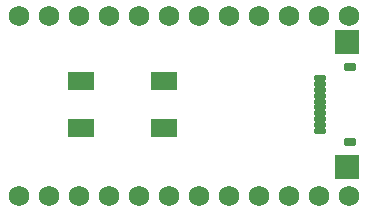
<source format=gbs>
G04 #@! TF.GenerationSoftware,KiCad,Pcbnew,7.0.8*
G04 #@! TF.CreationDate,2024-04-01T14:50:31+01:00*
G04 #@! TF.ProjectId,daughterboard,64617567-6874-4657-9262-6f6172642e6b,rev?*
G04 #@! TF.SameCoordinates,Original*
G04 #@! TF.FileFunction,Soldermask,Bot*
G04 #@! TF.FilePolarity,Negative*
%FSLAX46Y46*%
G04 Gerber Fmt 4.6, Leading zero omitted, Abs format (unit mm)*
G04 Created by KiCad (PCBNEW 7.0.8) date 2024-04-01 14:50:31*
%MOMM*%
%LPD*%
G01*
G04 APERTURE LIST*
G04 Aperture macros list*
%AMRoundRect*
0 Rectangle with rounded corners*
0 $1 Rounding radius*
0 $2 $3 $4 $5 $6 $7 $8 $9 X,Y pos of 4 corners*
0 Add a 4 corners polygon primitive as box body*
4,1,4,$2,$3,$4,$5,$6,$7,$8,$9,$2,$3,0*
0 Add four circle primitives for the rounded corners*
1,1,$1+$1,$2,$3*
1,1,$1+$1,$4,$5*
1,1,$1+$1,$6,$7*
1,1,$1+$1,$8,$9*
0 Add four rect primitives between the rounded corners*
20,1,$1+$1,$2,$3,$4,$5,0*
20,1,$1+$1,$4,$5,$6,$7,0*
20,1,$1+$1,$6,$7,$8,$9,0*
20,1,$1+$1,$8,$9,$2,$3,0*%
G04 Aperture macros list end*
%ADD10C,1.752600*%
%ADD11RoundRect,0.250001X-0.799999X-0.799999X0.799999X-0.799999X0.799999X0.799999X-0.799999X0.799999X0*%
%ADD12RoundRect,0.102000X-1.000000X-0.700000X1.000000X-0.700000X1.000000X0.700000X-1.000000X0.700000X0*%
%ADD13RoundRect,0.102000X-0.400000X0.150000X-0.400000X-0.150000X0.400000X-0.150000X0.400000X0.150000X0*%
%ADD14RoundRect,0.102000X-0.400000X0.200000X-0.400000X-0.200000X0.400000X-0.200000X0.400000X0.200000X0*%
G04 APERTURE END LIST*
D10*
X104000000Y-101475000D03*
X106540000Y-101475000D03*
X109080000Y-101475000D03*
X111620000Y-101475000D03*
X114160000Y-101475000D03*
X116700000Y-101475000D03*
X119240000Y-101475000D03*
X121780000Y-101475000D03*
X124320000Y-101475000D03*
X126860000Y-101475000D03*
X129400000Y-101475000D03*
X131940000Y-101475000D03*
X131940000Y-116715000D03*
X129400000Y-116715000D03*
X126860000Y-116715000D03*
X124320000Y-116715000D03*
X121780000Y-116715000D03*
X119240000Y-116715000D03*
X116700000Y-116715000D03*
X114160000Y-116715000D03*
X111620000Y-116715000D03*
X109080000Y-116715000D03*
X106540000Y-116715000D03*
X104000000Y-116715000D03*
D11*
X131750000Y-114250000D03*
X131750000Y-103750000D03*
D12*
X109250000Y-111000000D03*
X116250000Y-111000000D03*
X109250000Y-107000000D03*
X116250000Y-107000000D03*
D13*
X129500000Y-106750000D03*
X129500000Y-107250000D03*
X129500000Y-107750000D03*
X129500000Y-108250000D03*
X129500000Y-108750000D03*
X129500000Y-109250000D03*
X129500000Y-109750000D03*
X129500000Y-110250000D03*
X129500000Y-110750000D03*
X129500000Y-111250000D03*
D14*
X132000000Y-105800000D03*
X132000000Y-112200000D03*
M02*

</source>
